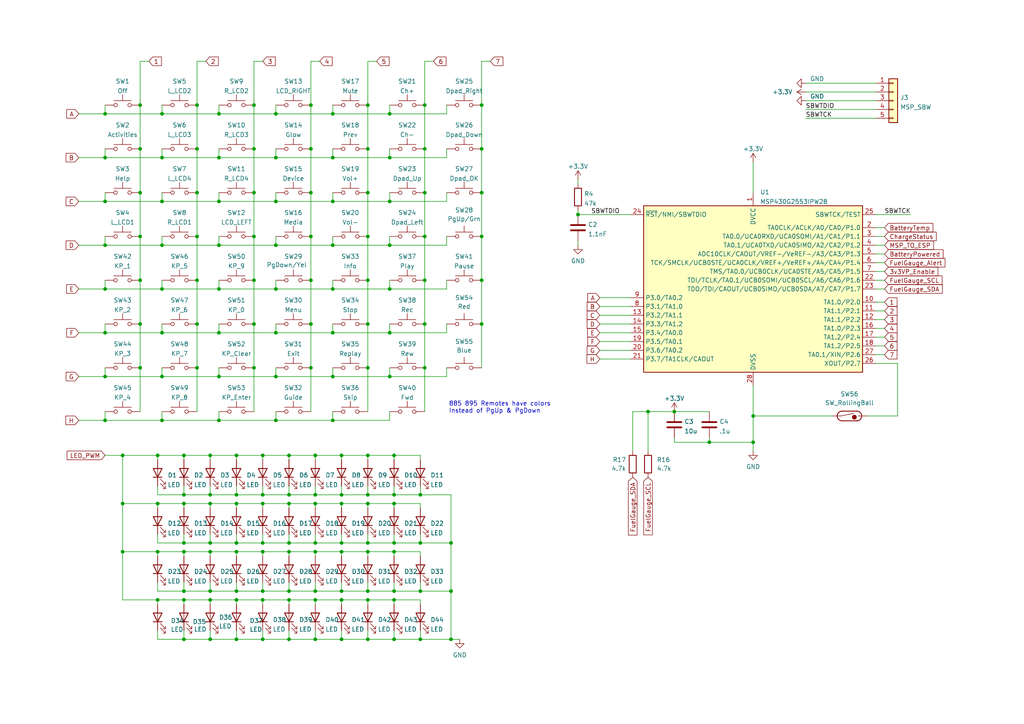
<source format=kicad_sch>
(kicad_sch (version 20230121) (generator eeschema)
  (paper "A4")
  (junction (at 63.5 71.12))
  (junction (at 57.15 43.18))
  (junction (at 46.99 121.92))
  (junction (at 40.64 68.58))
  (junction (at 76.2 185.42))
  (junction (at 106.68 143.51))
  (junction (at 205.74 128.27))
  (junction (at 53.34 185.42))
  (junction (at 91.44 132.08))
  (junction (at 91.44 173.99))
  (junction (at 35.56 146.05))
  (junction (at 121.92 171.45))
  (junction (at 68.58 132.08))
  (junction (at 80.01 45.72))
  (junction (at 80.01 33.02))
  (junction (at 139.7 30.48))
  (junction (at 57.15 93.98))
  (junction (at 80.01 121.92))
  (junction (at 114.3 171.45))
  (junction (at 123.19 93.98))
  (junction (at 123.19 30.48))
  (junction (at 106.68 43.18))
  (junction (at 53.34 171.45))
  (junction (at 68.58 157.48))
  (junction (at 96.52 45.72))
  (junction (at 46.99 33.02))
  (junction (at 218.44 120.65))
  (junction (at 113.03 96.52))
  (junction (at 99.06 171.45))
  (junction (at 106.68 160.02))
  (junction (at 30.48 45.72))
  (junction (at 114.3 143.51))
  (junction (at 90.17 68.58))
  (junction (at 139.7 93.98))
  (junction (at 73.66 68.58))
  (junction (at 106.68 157.48))
  (junction (at 130.81 171.45))
  (junction (at 80.01 109.22))
  (junction (at 96.52 96.52))
  (junction (at 106.68 30.48))
  (junction (at 96.52 58.42))
  (junction (at 68.58 160.02))
  (junction (at 83.82 171.45))
  (junction (at 63.5 121.92))
  (junction (at 114.3 173.99))
  (junction (at 91.44 160.02))
  (junction (at 91.44 185.42))
  (junction (at 99.06 143.51))
  (junction (at 96.52 71.12))
  (junction (at 73.66 43.18))
  (junction (at 63.5 33.02))
  (junction (at 63.5 83.82))
  (junction (at 123.19 68.58))
  (junction (at 83.82 143.51))
  (junction (at 46.99 58.42))
  (junction (at 99.06 160.02))
  (junction (at 139.7 43.18))
  (junction (at 106.68 106.68))
  (junction (at 35.56 160.02))
  (junction (at 73.66 30.48))
  (junction (at 53.34 173.99))
  (junction (at 76.2 171.45))
  (junction (at 60.96 146.05))
  (junction (at 91.44 143.51))
  (junction (at 53.34 143.51))
  (junction (at 73.66 81.28))
  (junction (at 30.48 83.82))
  (junction (at 30.48 109.22))
  (junction (at 57.15 106.68))
  (junction (at 80.01 83.82))
  (junction (at 130.81 157.48))
  (junction (at 83.82 157.48))
  (junction (at 106.68 68.58))
  (junction (at 123.19 55.88))
  (junction (at 114.3 185.42))
  (junction (at 96.52 33.02))
  (junction (at 63.5 58.42))
  (junction (at 99.06 173.99))
  (junction (at 114.3 160.02))
  (junction (at 96.52 109.22))
  (junction (at 106.68 173.99))
  (junction (at 35.56 132.08))
  (junction (at 121.92 185.42))
  (junction (at 40.64 30.48))
  (junction (at 113.03 83.82))
  (junction (at 91.44 171.45))
  (junction (at 113.03 58.42))
  (junction (at 113.03 33.02))
  (junction (at 30.48 71.12))
  (junction (at 60.96 143.51))
  (junction (at 83.82 185.42))
  (junction (at 57.15 55.88))
  (junction (at 121.92 143.51))
  (junction (at 53.34 132.08))
  (junction (at 73.66 106.68))
  (junction (at 90.17 55.88))
  (junction (at 68.58 173.99))
  (junction (at 99.06 157.48))
  (junction (at 139.7 81.28))
  (junction (at 83.82 160.02))
  (junction (at 83.82 132.08))
  (junction (at 123.19 106.68))
  (junction (at 106.68 171.45))
  (junction (at 76.2 146.05))
  (junction (at 53.34 160.02))
  (junction (at 139.7 55.88))
  (junction (at 90.17 93.98))
  (junction (at 76.2 173.99))
  (junction (at 57.15 30.48))
  (junction (at 195.58 119.38))
  (junction (at 46.99 45.72))
  (junction (at 60.96 157.48))
  (junction (at 73.66 55.88))
  (junction (at 60.96 160.02))
  (junction (at 106.68 146.05))
  (junction (at 106.68 132.08))
  (junction (at 30.48 58.42))
  (junction (at 57.15 81.28))
  (junction (at 63.5 109.22))
  (junction (at 123.19 81.28))
  (junction (at 53.34 146.05))
  (junction (at 80.01 71.12))
  (junction (at 68.58 146.05))
  (junction (at 80.01 96.52))
  (junction (at 40.64 81.28))
  (junction (at 40.64 43.18))
  (junction (at 130.81 185.42))
  (junction (at 60.96 173.99))
  (junction (at 91.44 157.48))
  (junction (at 123.19 43.18))
  (junction (at 106.68 55.88))
  (junction (at 40.64 93.98))
  (junction (at 46.99 109.22))
  (junction (at 113.03 71.12))
  (junction (at 113.03 45.72))
  (junction (at 96.52 83.82))
  (junction (at 45.72 160.02))
  (junction (at 45.72 132.08))
  (junction (at 114.3 157.48))
  (junction (at 218.44 128.27))
  (junction (at 45.72 146.05))
  (junction (at 76.2 160.02))
  (junction (at 114.3 132.08))
  (junction (at 76.2 157.48))
  (junction (at 63.5 96.52))
  (junction (at 60.96 132.08))
  (junction (at 96.52 121.92))
  (junction (at 113.03 109.22))
  (junction (at 68.58 185.42))
  (junction (at 90.17 106.68))
  (junction (at 30.48 96.52))
  (junction (at 139.7 68.58))
  (junction (at 60.96 185.42))
  (junction (at 68.58 171.45))
  (junction (at 91.44 146.05))
  (junction (at 76.2 132.08))
  (junction (at 83.82 146.05))
  (junction (at 30.48 33.02))
  (junction (at 121.92 157.48))
  (junction (at 114.3 146.05))
  (junction (at 46.99 71.12))
  (junction (at 106.68 81.28))
  (junction (at 80.01 58.42))
  (junction (at 187.96 119.38))
  (junction (at 90.17 43.18))
  (junction (at 45.72 173.99))
  (junction (at 60.96 171.45))
  (junction (at 76.2 143.51))
  (junction (at 53.34 157.48))
  (junction (at 106.68 93.98))
  (junction (at 63.5 45.72))
  (junction (at 30.48 121.92))
  (junction (at 73.66 93.98))
  (junction (at 57.15 68.58))
  (junction (at 167.64 62.23))
  (junction (at 90.17 30.48))
  (junction (at 40.64 55.88))
  (junction (at 83.82 173.99))
  (junction (at 46.99 83.82))
  (junction (at 99.06 185.42))
  (junction (at 99.06 146.05))
  (junction (at 40.64 106.68))
  (junction (at 90.17 81.28))
  (junction (at 106.68 185.42))
  (junction (at 68.58 143.51))
  (junction (at 99.06 132.08))
  (junction (at 46.99 96.52))
  (wire (pts (xy 254 81.28) (xy 256.54 81.28)))
  (wire (pts (xy 40.64 106.68) (xy 40.64 93.98)))
  (wire (pts (xy 113.03 33.02) (xy 129.54 33.02)))
  (wire (pts (xy 106.68 173.99) (xy 99.06 173.99)))
  (wire (pts (xy 76.2 132.08) (xy 68.58 132.08)))
  (wire (pts (xy 63.5 83.82) (xy 80.01 83.82)))
  (wire (pts (xy 121.92 160.02) (xy 114.3 160.02)))
  (wire (pts (xy 53.34 160.02) (xy 45.72 160.02)))
  (wire (pts (xy 96.52 121.92) (xy 113.03 121.92)))
  (wire (pts (xy 233.68 34.29) (xy 254 34.29)))
  (wire (pts (xy 106.68 160.02) (xy 99.06 160.02)))
  (wire (pts (xy 218.44 120.65) (xy 241.3 120.65)))
  (wire (pts (xy 45.72 157.48) (xy 45.72 154.94)))
  (wire (pts (xy 76.2 146.05) (xy 76.2 147.32)))
  (wire (pts (xy 60.96 171.45) (xy 60.96 168.91)))
  (wire (pts (xy 173.99 88.9) (xy 182.88 88.9)))
  (wire (pts (xy 106.68 185.42) (xy 114.3 185.42)))
  (wire (pts (xy 30.48 45.72) (xy 46.99 45.72)))
  (wire (pts (xy 233.68 26.67) (xy 254 26.67)))
  (wire (pts (xy 83.82 143.51) (xy 83.82 140.97)))
  (wire (pts (xy 63.5 43.18) (xy 63.5 45.72)))
  (wire (pts (xy 53.34 146.05) (xy 53.34 147.32)))
  (wire (pts (xy 46.99 83.82) (xy 63.5 83.82)))
  (wire (pts (xy 53.34 143.51) (xy 60.96 143.51)))
  (wire (pts (xy 218.44 128.27) (xy 218.44 130.81)))
  (wire (pts (xy 60.96 143.51) (xy 60.96 140.97)))
  (wire (pts (xy 254 66.04) (xy 256.54 66.04)))
  (wire (pts (xy 91.44 171.45) (xy 91.44 168.91)))
  (wire (pts (xy 46.99 45.72) (xy 63.5 45.72)))
  (wire (pts (xy 106.68 157.48) (xy 114.3 157.48)))
  (wire (pts (xy 123.19 43.18) (xy 123.19 30.48)))
  (wire (pts (xy 254 92.71) (xy 256.54 92.71)))
  (wire (pts (xy 83.82 157.48) (xy 91.44 157.48)))
  (wire (pts (xy 114.3 173.99) (xy 106.68 173.99)))
  (wire (pts (xy 46.99 55.88) (xy 46.99 58.42)))
  (wire (pts (xy 173.99 101.6) (xy 182.88 101.6)))
  (wire (pts (xy 63.5 71.12) (xy 80.01 71.12)))
  (wire (pts (xy 195.58 128.27) (xy 205.74 128.27)))
  (wire (pts (xy 96.52 30.48) (xy 96.52 33.02)))
  (wire (pts (xy 76.2 171.45) (xy 83.82 171.45)))
  (wire (pts (xy 113.03 119.38) (xy 113.03 121.92)))
  (wire (pts (xy 57.15 106.68) (xy 57.15 119.38)))
  (wire (pts (xy 254 68.58) (xy 256.54 68.58)))
  (wire (pts (xy 40.64 55.88) (xy 40.64 43.18)))
  (wire (pts (xy 46.99 96.52) (xy 46.99 93.98)))
  (wire (pts (xy 106.68 68.58) (xy 106.68 55.88)))
  (wire (pts (xy 73.66 106.68) (xy 73.66 93.98)))
  (wire (pts (xy 90.17 43.18) (xy 90.17 30.48)))
  (wire (pts (xy 80.01 71.12) (xy 96.52 71.12)))
  (wire (pts (xy 99.06 173.99) (xy 99.06 175.26)))
  (wire (pts (xy 80.01 55.88) (xy 80.01 58.42)))
  (wire (pts (xy 68.58 157.48) (xy 68.58 154.94)))
  (wire (pts (xy 91.44 160.02) (xy 83.82 160.02)))
  (wire (pts (xy 30.48 43.18) (xy 30.48 45.72)))
  (wire (pts (xy 139.7 68.58) (xy 139.7 81.28)))
  (wire (pts (xy 80.01 33.02) (xy 96.52 33.02)))
  (wire (pts (xy 83.82 160.02) (xy 83.82 161.29)))
  (wire (pts (xy 114.3 132.08) (xy 106.68 132.08)))
  (wire (pts (xy 106.68 185.42) (xy 106.68 182.88)))
  (wire (pts (xy 57.15 68.58) (xy 57.15 55.88)))
  (wire (pts (xy 40.64 119.38) (xy 40.64 106.68)))
  (wire (pts (xy 30.48 93.98) (xy 30.48 96.52)))
  (wire (pts (xy 114.3 146.05) (xy 114.3 147.32)))
  (wire (pts (xy 30.48 121.92) (xy 46.99 121.92)))
  (wire (pts (xy 76.2 132.08) (xy 76.2 133.35)))
  (wire (pts (xy 254 71.12) (xy 256.54 71.12)))
  (wire (pts (xy 167.64 60.96) (xy 167.64 62.23)))
  (wire (pts (xy 129.54 68.58) (xy 129.54 71.12)))
  (wire (pts (xy 63.5 45.72) (xy 80.01 45.72)))
  (wire (pts (xy 46.99 33.02) (xy 63.5 33.02)))
  (wire (pts (xy 83.82 146.05) (xy 83.82 147.32)))
  (wire (pts (xy 40.64 81.28) (xy 40.64 68.58)))
  (wire (pts (xy 130.81 157.48) (xy 130.81 171.45)))
  (wire (pts (xy 99.06 185.42) (xy 99.06 182.88)))
  (wire (pts (xy 80.01 109.22) (xy 96.52 109.22)))
  (wire (pts (xy 129.54 81.28) (xy 129.54 83.82)))
  (wire (pts (xy 130.81 185.42) (xy 133.35 185.42)))
  (wire (pts (xy 121.92 185.42) (xy 130.81 185.42)))
  (wire (pts (xy 73.66 81.28) (xy 73.66 68.58)))
  (wire (pts (xy 106.68 171.45) (xy 114.3 171.45)))
  (wire (pts (xy 83.82 132.08) (xy 83.82 133.35)))
  (wire (pts (xy 218.44 120.65) (xy 218.44 128.27)))
  (wire (pts (xy 53.34 160.02) (xy 53.34 161.29)))
  (wire (pts (xy 113.03 83.82) (xy 129.54 83.82)))
  (wire (pts (xy 68.58 143.51) (xy 68.58 140.97)))
  (wire (pts (xy 96.52 119.38) (xy 96.52 121.92)))
  (wire (pts (xy 53.34 185.42) (xy 53.34 182.88)))
  (wire (pts (xy 63.5 109.22) (xy 80.01 109.22)))
  (wire (pts (xy 68.58 160.02) (xy 68.58 161.29)))
  (wire (pts (xy 91.44 132.08) (xy 91.44 133.35)))
  (wire (pts (xy 35.56 146.05) (xy 35.56 160.02)))
  (wire (pts (xy 113.03 43.18) (xy 113.03 45.72)))
  (wire (pts (xy 121.92 157.48) (xy 130.81 157.48)))
  (wire (pts (xy 76.2 160.02) (xy 68.58 160.02)))
  (wire (pts (xy 63.5 58.42) (xy 80.01 58.42)))
  (wire (pts (xy 60.96 132.08) (xy 53.34 132.08)))
  (wire (pts (xy 113.03 55.88) (xy 113.03 58.42)))
  (wire (pts (xy 68.58 132.08) (xy 60.96 132.08)))
  (wire (pts (xy 60.96 160.02) (xy 53.34 160.02)))
  (wire (pts (xy 139.7 93.98) (xy 139.7 106.68)))
  (wire (pts (xy 60.96 173.99) (xy 53.34 173.99)))
  (wire (pts (xy 53.34 171.45) (xy 60.96 171.45)))
  (wire (pts (xy 35.56 160.02) (xy 45.72 160.02)))
  (wire (pts (xy 60.96 132.08) (xy 60.96 133.35)))
  (wire (pts (xy 113.03 45.72) (xy 129.54 45.72)))
  (wire (pts (xy 129.54 93.98) (xy 129.54 96.52)))
  (wire (pts (xy 121.92 160.02) (xy 121.92 161.29)))
  (wire (pts (xy 121.92 143.51) (xy 121.92 140.97)))
  (wire (pts (xy 254 97.79) (xy 256.54 97.79)))
  (wire (pts (xy 254 95.25) (xy 256.54 95.25)))
  (wire (pts (xy 53.34 132.08) (xy 45.72 132.08)))
  (wire (pts (xy 254 105.41) (xy 260.35 105.41)))
  (wire (pts (xy 183.515 119.38) (xy 187.96 119.38)))
  (wire (pts (xy 80.01 45.72) (xy 96.52 45.72)))
  (wire (pts (xy 91.44 143.51) (xy 99.06 143.51)))
  (wire (pts (xy 63.5 33.02) (xy 80.01 33.02)))
  (wire (pts (xy 35.56 132.08) (xy 35.56 146.05)))
  (wire (pts (xy 57.15 106.68) (xy 57.15 93.98)))
  (wire (pts (xy 96.52 68.58) (xy 96.52 71.12)))
  (wire (pts (xy 91.44 146.05) (xy 83.82 146.05)))
  (wire (pts (xy 113.03 96.52) (xy 129.54 96.52)))
  (wire (pts (xy 187.96 119.38) (xy 187.96 130.81)))
  (wire (pts (xy 68.58 157.48) (xy 76.2 157.48)))
  (wire (pts (xy 96.52 45.72) (xy 113.03 45.72)))
  (wire (pts (xy 68.58 132.08) (xy 68.58 133.35)))
  (wire (pts (xy 106.68 93.98) (xy 106.68 81.28)))
  (wire (pts (xy 173.99 104.14) (xy 182.88 104.14)))
  (wire (pts (xy 30.48 33.02) (xy 46.99 33.02)))
  (wire (pts (xy 73.66 93.98) (xy 73.66 81.28)))
  (wire (pts (xy 46.99 106.68) (xy 46.99 109.22)))
  (wire (pts (xy 80.01 83.82) (xy 96.52 83.82)))
  (wire (pts (xy 76.2 173.99) (xy 76.2 175.26)))
  (wire (pts (xy 57.15 93.98) (xy 57.15 81.28)))
  (wire (pts (xy 83.82 171.45) (xy 83.82 168.91)))
  (wire (pts (xy 114.3 143.51) (xy 114.3 140.97)))
  (wire (pts (xy 53.34 173.99) (xy 53.34 175.26)))
  (wire (pts (xy 22.86 58.42) (xy 30.48 58.42)))
  (wire (pts (xy 123.19 106.68) (xy 123.19 93.98)))
  (wire (pts (xy 30.48 68.58) (xy 30.48 71.12)))
  (wire (pts (xy 68.58 185.42) (xy 68.58 182.88)))
  (wire (pts (xy 91.44 160.02) (xy 91.44 161.29)))
  (wire (pts (xy 83.82 173.99) (xy 76.2 173.99)))
  (wire (pts (xy 254 90.17) (xy 256.54 90.17)))
  (wire (pts (xy 22.86 71.12) (xy 30.48 71.12)))
  (wire (pts (xy 73.66 68.58) (xy 73.66 55.88)))
  (wire (pts (xy 114.3 185.42) (xy 121.92 185.42)))
  (wire (pts (xy 63.5 55.88) (xy 63.5 58.42)))
  (wire (pts (xy 68.58 146.05) (xy 60.96 146.05)))
  (wire (pts (xy 129.54 43.18) (xy 129.54 45.72)))
  (wire (pts (xy 121.92 171.45) (xy 121.92 168.91)))
  (wire (pts (xy 91.44 146.05) (xy 91.44 147.32)))
  (wire (pts (xy 68.58 146.05) (xy 68.58 147.32)))
  (wire (pts (xy 96.52 109.22) (xy 113.03 109.22)))
  (wire (pts (xy 121.92 171.45) (xy 130.81 171.45)))
  (wire (pts (xy 99.06 143.51) (xy 99.06 140.97)))
  (wire (pts (xy 205.74 128.27) (xy 218.44 128.27)))
  (wire (pts (xy 106.68 146.05) (xy 99.06 146.05)))
  (wire (pts (xy 173.99 86.36) (xy 182.88 86.36)))
  (wire (pts (xy 68.58 171.45) (xy 76.2 171.45)))
  (wire (pts (xy 96.52 43.18) (xy 96.52 45.72)))
  (wire (pts (xy 76.2 146.05) (xy 68.58 146.05)))
  (wire (pts (xy 233.68 24.13) (xy 254 24.13)))
  (wire (pts (xy 60.96 185.42) (xy 60.96 182.88)))
  (wire (pts (xy 22.86 121.92) (xy 30.48 121.92)))
  (wire (pts (xy 187.96 119.38) (xy 195.58 119.38)))
  (wire (pts (xy 99.06 132.08) (xy 91.44 132.08)))
  (wire (pts (xy 80.01 121.92) (xy 96.52 121.92)))
  (wire (pts (xy 60.96 146.05) (xy 53.34 146.05)))
  (wire (pts (xy 30.48 96.52) (xy 46.99 96.52)))
  (wire (pts (xy 76.2 157.48) (xy 76.2 154.94)))
  (wire (pts (xy 91.44 157.48) (xy 91.44 154.94)))
  (wire (pts (xy 121.92 173.99) (xy 121.92 175.26)))
  (wire (pts (xy 83.82 160.02) (xy 76.2 160.02)))
  (wire (pts (xy 106.68 171.45) (xy 106.68 168.91)))
  (wire (pts (xy 113.03 71.12) (xy 129.54 71.12)))
  (wire (pts (xy 96.52 106.68) (xy 96.52 109.22)))
  (wire (pts (xy 254 76.2) (xy 256.54 76.2)))
  (wire (pts (xy 46.99 30.48) (xy 46.99 33.02)))
  (wire (pts (xy 45.72 157.48) (xy 53.34 157.48)))
  (wire (pts (xy 80.01 43.18) (xy 80.01 45.72)))
  (wire (pts (xy 60.96 185.42) (xy 68.58 185.42)))
  (wire (pts (xy 63.5 96.52) (xy 63.5 93.98)))
  (wire (pts (xy 30.48 109.22) (xy 46.99 109.22)))
  (wire (pts (xy 60.96 146.05) (xy 60.96 147.32)))
  (wire (pts (xy 80.01 93.98) (xy 80.01 96.52)))
  (wire (pts (xy 80.01 68.58) (xy 80.01 71.12)))
  (wire (pts (xy 91.44 185.42) (xy 99.06 185.42)))
  (wire (pts (xy 123.19 55.88) (xy 123.19 43.18)))
  (wire (pts (xy 254 83.82) (xy 256.54 83.82)))
  (wire (pts (xy 113.03 68.58) (xy 113.03 71.12)))
  (wire (pts (xy 113.03 81.28) (xy 113.03 83.82)))
  (wire (pts (xy 73.66 55.88) (xy 73.66 43.18)))
  (wire (pts (xy 90.17 55.88) (xy 90.17 43.18)))
  (wire (pts (xy 53.34 173.99) (xy 45.72 173.99)))
  (wire (pts (xy 129.54 55.88) (xy 129.54 58.42)))
  (wire (pts (xy 106.68 106.68) (xy 106.68 93.98)))
  (wire (pts (xy 73.66 119.38) (xy 73.66 106.68)))
  (wire (pts (xy 123.19 17.78) (xy 123.19 30.48)))
  (wire (pts (xy 53.34 185.42) (xy 60.96 185.42)))
  (wire (pts (xy 80.01 81.28) (xy 80.01 83.82)))
  (wire (pts (xy 63.5 30.48) (xy 63.5 33.02)))
  (wire (pts (xy 195.58 128.27) (xy 195.58 127)))
  (wire (pts (xy 35.56 173.99) (xy 45.72 173.99)))
  (wire (pts (xy 106.68 132.08) (xy 99.06 132.08)))
  (wire (pts (xy 254 102.87) (xy 256.54 102.87)))
  (wire (pts (xy 96.52 93.98) (xy 96.52 96.52)))
  (wire (pts (xy 99.06 146.05) (xy 91.44 146.05)))
  (wire (pts (xy 254 62.23) (xy 264.16 62.23)))
  (wire (pts (xy 40.64 43.18) (xy 40.64 30.48)))
  (wire (pts (xy 45.72 132.08) (xy 45.72 133.35)))
  (wire (pts (xy 205.74 128.27) (xy 205.74 127)))
  (wire (pts (xy 114.3 132.08) (xy 114.3 133.35)))
  (wire (pts (xy 123.19 119.38) (xy 123.19 106.68)))
  (wire (pts (xy 73.66 17.78) (xy 76.2 17.78)))
  (wire (pts (xy 113.03 30.48) (xy 113.03 33.02)))
  (wire (pts (xy 260.35 105.41) (xy 260.35 120.65)))
  (wire (pts (xy 90.17 68.58) (xy 90.17 55.88)))
  (wire (pts (xy 121.92 143.51) (xy 130.81 143.51)))
  (wire (pts (xy 91.44 157.48) (xy 99.06 157.48)))
  (wire (pts (xy 233.68 29.21) (xy 254 29.21)))
  (wire (pts (xy 68.58 173.99) (xy 68.58 175.26)))
  (wire (pts (xy 80.01 119.38) (xy 80.01 121.92)))
  (wire (pts (xy 121.92 132.08) (xy 121.92 133.35)))
  (wire (pts (xy 106.68 173.99) (xy 106.68 175.26)))
  (wire (pts (xy 96.52 58.42) (xy 113.03 58.42)))
  (wire (pts (xy 106.68 157.48) (xy 106.68 154.94)))
  (wire (pts (xy 53.34 157.48) (xy 60.96 157.48)))
  (wire (pts (xy 114.3 143.51) (xy 121.92 143.51)))
  (wire (pts (xy 96.52 81.28) (xy 96.52 83.82)))
  (wire (pts (xy 91.44 171.45) (xy 99.06 171.45)))
  (wire (pts (xy 45.72 173.99) (xy 45.72 175.26)))
  (wire (pts (xy 57.15 43.18) (xy 57.15 30.48)))
  (wire (pts (xy 60.96 157.48) (xy 60.96 154.94)))
  (wire (pts (xy 30.48 81.28) (xy 30.48 83.82)))
  (wire (pts (xy 114.3 146.05) (xy 106.68 146.05)))
  (wire (pts (xy 63.5 106.68) (xy 63.5 109.22)))
  (wire (pts (xy 90.17 17.78) (xy 92.71 17.78)))
  (wire (pts (xy 139.7 81.28) (xy 139.7 93.98)))
  (wire (pts (xy 22.86 109.22) (xy 30.48 109.22)))
  (wire (pts (xy 46.99 121.92) (xy 46.99 119.38)))
  (wire (pts (xy 113.03 58.42) (xy 129.54 58.42)))
  (wire (pts (xy 233.68 31.75) (xy 254 31.75)))
  (wire (pts (xy 30.48 119.38) (xy 30.48 121.92)))
  (wire (pts (xy 45.72 171.45) (xy 53.34 171.45)))
  (wire (pts (xy 57.15 81.28) (xy 57.15 68.58)))
  (wire (pts (xy 30.48 83.82) (xy 46.99 83.82)))
  (wire (pts (xy 83.82 185.42) (xy 91.44 185.42)))
  (wire (pts (xy 91.44 185.42) (xy 91.44 182.88)))
  (wire (pts (xy 106.68 30.48) (xy 106.68 17.78)))
  (wire (pts (xy 53.34 132.08) (xy 53.34 133.35)))
  (wire (pts (xy 30.48 106.68) (xy 30.48 109.22)))
  (wire (pts (xy 99.06 146.05) (xy 99.06 147.32)))
  (wire (pts (xy 76.2 185.42) (xy 76.2 182.88)))
  (wire (pts (xy 76.2 143.51) (xy 83.82 143.51)))
  (wire (pts (xy 123.19 81.28) (xy 123.19 68.58)))
  (wire (pts (xy 45.72 185.42) (xy 53.34 185.42)))
  (wire (pts (xy 96.52 55.88) (xy 96.52 58.42)))
  (wire (pts (xy 254 78.74) (xy 256.54 78.74)))
  (wire (pts (xy 35.56 132.08) (xy 45.72 132.08)))
  (wire (pts (xy 46.99 121.92) (xy 63.5 121.92)))
  (wire (pts (xy 260.35 120.65) (xy 251.46 120.65)))
  (wire (pts (xy 60.96 157.48) (xy 68.58 157.48)))
  (wire (pts (xy 114.3 160.02) (xy 106.68 160.02)))
  (wire (pts (xy 40.64 17.78) (xy 43.18 17.78)))
  (wire (pts (xy 63.5 121.92) (xy 80.01 121.92)))
  (wire (pts (xy 130.81 171.45) (xy 130.81 185.42)))
  (wire (pts (xy 73.66 43.18) (xy 73.66 30.48)))
  (wire (pts (xy 45.72 185.42) (xy 45.72 182.88)))
  (wire (pts (xy 121.92 146.05) (xy 114.3 146.05)))
  (wire (pts (xy 63.5 121.92) (xy 63.5 119.38)))
  (wire (pts (xy 63.5 81.28) (xy 63.5 83.82)))
  (wire (pts (xy 22.86 83.82) (xy 30.48 83.82)))
  (wire (pts (xy 22.86 33.02) (xy 30.48 33.02)))
  (wire (pts (xy 68.58 143.51) (xy 76.2 143.51)))
  (wire (pts (xy 106.68 55.88) (xy 106.68 43.18)))
  (wire (pts (xy 83.82 173.99) (xy 83.82 175.26)))
  (wire (pts (xy 113.03 109.22) (xy 129.54 109.22)))
  (wire (pts (xy 40.64 68.58) (xy 40.64 55.88)))
  (wire (pts (xy 121.92 132.08) (xy 114.3 132.08)))
  (wire (pts (xy 45.72 146.05) (xy 45.72 147.32)))
  (wire (pts (xy 60.96 173.99) (xy 60.96 175.26)))
  (wire (pts (xy 63.5 68.58) (xy 63.5 71.12)))
  (wire (pts (xy 22.86 45.72) (xy 30.48 45.72)))
  (wire (pts (xy 60.96 143.51) (xy 68.58 143.51)))
  (wire (pts (xy 99.06 157.48) (xy 99.06 154.94)))
  (wire (pts (xy 139.7 68.58) (xy 139.7 55.88)))
  (wire (pts (xy 106.68 146.05) (xy 106.68 147.32)))
  (wire (pts (xy 139.7 17.78) (xy 142.24 17.78)))
  (wire (pts (xy 68.58 185.42) (xy 76.2 185.42)))
  (wire (pts (xy 99.06 171.45) (xy 106.68 171.45)))
  (wire (pts (xy 139.7 43.18) (xy 139.7 30.48)))
  (wire (pts (xy 30.48 58.42) (xy 46.99 58.42)))
  (wire (pts (xy 57.15 17.78) (xy 59.69 17.78)))
  (wire (pts (xy 90.17 106.68) (xy 90.17 93.98)))
  (wire (pts (xy 68.58 173.99) (xy 60.96 173.99)))
  (wire (pts (xy 80.01 96.52) (xy 96.52 96.52)))
  (wire (pts (xy 76.2 173.99) (xy 68.58 173.99)))
  (wire (pts (xy 129.54 106.68) (xy 129.54 109.22)))
  (wire (pts (xy 123.19 68.58) (xy 123.19 55.88)))
  (wire (pts (xy 53.34 146.05) (xy 45.72 146.05)))
  (wire (pts (xy 96.52 33.02) (xy 113.03 33.02)))
  (wire (pts (xy 30.48 55.88) (xy 30.48 58.42)))
  (wire (pts (xy 129.54 30.48) (xy 129.54 33.02)))
  (wire (pts (xy 130.81 143.51) (xy 130.81 157.48)))
  (wire (pts (xy 254 73.66) (xy 256.54 73.66)))
  (wire (pts (xy 99.06 185.42) (xy 106.68 185.42)))
  (wire (pts (xy 57.15 55.88) (xy 57.15 43.18)))
  (wire (pts (xy 40.64 30.48) (xy 40.64 17.78)))
  (wire (pts (xy 90.17 93.98) (xy 90.17 81.28)))
  (wire (pts (xy 30.48 71.12) (xy 46.99 71.12)))
  (wire (pts (xy 91.44 132.08) (xy 83.82 132.08)))
  (wire (pts (xy 46.99 71.12) (xy 63.5 71.12)))
  (wire (pts (xy 173.99 93.98) (xy 182.88 93.98)))
  (wire (pts (xy 139.7 30.48) (xy 139.7 17.78)))
  (wire (pts (xy 173.99 91.44) (xy 182.88 91.44)))
  (wire (pts (xy 45.72 143.51) (xy 53.34 143.51)))
  (wire (pts (xy 114.3 171.45) (xy 121.92 171.45)))
  (wire (pts (xy 83.82 171.45) (xy 91.44 171.45)))
  (wire (pts (xy 114.3 173.99) (xy 114.3 175.26)))
  (wire (pts (xy 113.03 106.68) (xy 113.03 109.22)))
  (wire (pts (xy 99.06 143.51) (xy 106.68 143.51)))
  (wire (pts (xy 96.52 96.52) (xy 113.03 96.52)))
  (wire (pts (xy 99.06 160.02) (xy 99.06 161.29)))
  (wire (pts (xy 114.3 185.42) (xy 114.3 182.88)))
  (wire (pts (xy 76.2 160.02) (xy 76.2 161.29)))
  (wire (pts (xy 80.01 30.48) (xy 80.01 33.02)))
  (wire (pts (xy 91.44 173.99) (xy 91.44 175.26)))
  (wire (pts (xy 80.01 58.42) (xy 96.52 58.42)))
  (wire (pts (xy 80.01 106.68) (xy 80.01 109.22)))
  (wire (pts (xy 45.72 171.45) (xy 45.72 168.91)))
  (wire (pts (xy 96.52 83.82) (xy 113.03 83.82)))
  (wire (pts (xy 121.92 185.42) (xy 121.92 182.88)))
  (wire (pts (xy 218.44 46.99) (xy 218.44 55.88)))
  (wire (pts (xy 46.99 68.58) (xy 46.99 71.12)))
  (wire (pts (xy 63.5 96.52) (xy 80.01 96.52)))
  (wire (pts (xy 76.2 185.42) (xy 83.82 185.42)))
  (wire (pts (xy 106.68 143.51) (xy 106.68 140.97)))
  (wire (pts (xy 91.44 143.51) (xy 91.44 140.97)))
  (wire (pts (xy 83.82 157.48) (xy 83.82 154.94)))
  (wire (pts (xy 68.58 171.45) (xy 68.58 168.91)))
  (wire (pts (xy 46.99 109.22) (xy 63.5 109.22)))
  (wire (pts (xy 83.82 146.05) (xy 76.2 146.05)))
  (wire (pts (xy 90.17 30.48) (xy 90.17 17.78)))
  (wire (pts (xy 90.17 119.38) (xy 90.17 106.68)))
  (wire (pts (xy 99.06 132.08) (xy 99.06 133.35)))
  (wire (pts (xy 76.2 157.48) (xy 83.82 157.48)))
  (wire (pts (xy 254 100.33) (xy 256.54 100.33)))
  (wire (pts (xy 46.99 58.42) (xy 63.5 58.42)))
  (wire (pts (xy 114.3 171.45) (xy 114.3 168.91)))
  (wire (pts (xy 106.68 143.51) (xy 114.3 143.51)))
  (wire (pts (xy 45.72 143.51) (xy 45.72 140.97)))
  (wire (pts (xy 99.06 157.48) (xy 106.68 157.48)))
  (wire (pts (xy 113.03 93.98) (xy 113.03 96.52)))
  (wire (pts (xy 99.06 171.45) (xy 99.06 168.91)))
  (wire (pts (xy 106.68 43.18) (xy 106.68 30.48)))
  (wire (pts (xy 46.99 81.28) (xy 46.99 83.82)))
  (wire (pts (xy 83.82 143.51) (xy 91.44 143.51)))
  (wire (pts (xy 106.68 17.78) (xy 109.22 17.78)))
  (wire (pts (xy 30.48 132.08) (xy 35.56 132.08)))
  (wire (pts (xy 195.58 119.38) (xy 205.74 119.38)))
  (wire (pts (xy 218.44 111.76) (xy 218.44 120.65)))
  (wire (pts (xy 123.19 93.98) (xy 123.19 81.28)))
  (wire (pts (xy 96.52 71.12) (xy 113.03 71.12)))
  (wire (pts (xy 121.92 157.48) (xy 121.92 154.94)))
  (wire (pts (xy 68.58 160.02) (xy 60.96 160.02)))
  (wire (pts (xy 99.06 160.02) (xy 91.44 160.02)))
  (wire (pts (xy 183.515 130.81) (xy 183.515 119.38)))
  (wire (pts (xy 114.3 160.02) (xy 114.3 161.29)))
  (wire (pts (xy 91.44 173.99) (xy 83.82 173.99)))
  (wire (pts (xy 167.64 69.85) (xy 167.64 71.12)))
  (wire (pts (xy 57.15 30.48) (xy 57.15 17.78)))
  (wire (pts (xy 114.3 157.48) (xy 114.3 154.94)))
  (wire (pts (xy 40.64 93.98) (xy 40.64 81.28)))
  (wire (pts (xy 76.2 143.51) (xy 76.2 140.97)))
  (wire (pts (xy 46.99 96.52) (xy 63.5 96.52)))
  (wire (pts (xy 53.34 157.48) (xy 53.34 154.94)))
  (wire (pts (xy 121.92 146.05) (xy 121.92 147.32)))
  (wire (pts (xy 83.82 132.08) (xy 76.2 132.08)))
  (wire (pts (xy 114.3 157.48) (xy 121.92 157.48)))
  (wire (pts (xy 254 87.63) (xy 256.54 87.63)))
  (wire (pts (xy 167.64 62.23) (xy 182.88 62.23)))
  (wire (pts (xy 121.92 173.99) (xy 114.3 173.99)))
  (wire (pts (xy 45.72 160.02) (xy 45.72 161.29)))
  (wire (pts (xy 106.68 68.58) (xy 106.68 81.28)))
  (wire (pts (xy 106.68 160.02) (xy 106.68 161.29)))
  (wire (pts (xy 30.48 30.48) (xy 30.48 33.02)))
  (wire (pts (xy 76.2 171.45) (xy 76.2 168.91)))
  (wire (pts (xy 22.86 96.52) (xy 30.48 96.52)))
  (wire (pts (xy 173.99 99.06) (xy 182.88 99.06)))
  (wire (pts (xy 35.56 146.05) (xy 45.72 146.05)))
  (wire (pts (xy 90.17 81.28) (xy 90.17 68.58)))
  (wire (pts (xy 35.56 160.02) (xy 35.56 173.99)))
  (wire (pts (xy 99.06 173.99) (xy 91.44 173.99)))
  (wire (pts (xy 139.7 55.88) (xy 139.7 43.18)))
  (wire (pts (xy 83.82 185.42) (xy 83.82 182.88)))
  (wire (pts (xy 53.34 171.45) (xy 53.34 168.91)))
  (wire (pts (xy 46.99 43.18) (xy 46.99 45.72)))
  (wire (pts (xy 167.64 52.07) (xy 167.64 53.34)))
  (wire (pts (xy 173.99 96.52) (xy 182.88 96.52)))
  (wire (pts (xy 106.68 132.08) (xy 106.68 133.35)))
  (wire (pts (xy 123.19 17.78) (xy 125.73 17.78)))
  (wire (pts (xy 106.68 119.38) (xy 106.68 106.68)))
  (wire (pts (xy 60.96 171.45) (xy 68.58 171.45)))
  (wire (pts (xy 60.96 160.02) (xy 60.96 161.29)))
  (wire (pts (xy 53.34 143.51) (xy 53.34 140.97)))
  (wire (pts (xy 73.66 30.48) (xy 73.66 17.78)))
  (image (at -35.56 44.45) (scale 1.86993))
  (image (at -41.275 106.045) (scale 3.19149))
  (image (at -110.49 45.72) (scale 0.5))
  (text "885 895 Remotes have colors\nInstead of PgUp & PgDown" (at 130.175 120.015 0) (effects (font (size 1.27 1.27)) (justify left bottom)))
  (label "SBWTCK" (at 264.16 62.23 180))
  (label "SBWTDIO" (at 233.68 31.75 0))
  (label "SBWTCK" (at 233.68 34.29 0))
  (label "SBWTDIO" (at 171.45 62.23 0))
  (global_label "BatteryPowered" (shape input) (at 256.54 73.66 0) (property "Intersheetrefs" "${INTERSHEET_REFS}" (effects hide)))
  (global_label "3" (shape input) (at 76.2 17.78 0) (property "Intersheetrefs" "${INTERSHEET_REFS}" (effects hide)))
  (global_label "D" (shape input) (at 173.99 93.98 180) (property "Intersheetrefs" "${INTERSHEET_REFS}" (effects hide)))
  (global_label "1" (shape input) (at 43.18 17.78 0) (property "Intersheetrefs" "${INTERSHEET_REFS}" (effects hide)))
  (global_label "FuelGauge_SCL" (shape input) (at 187.96 138.43 270) (property "Intersheetrefs" "${INTERSHEET_REFS}" (effects hide)))
  (global_label "7" (shape input) (at 142.24 17.78 0) (property "Intersheetrefs" "${INTERSHEET_REFS}" (effects hide)))
  (global_label "MSP_TO_ESP" (shape input) (at 256.54 71.12 0) (property "Intersheetrefs" "${INTERSHEET_REFS}" (effects hide)))
  (global_label "B" (shape input) (at 173.99 88.9 180) (property "Intersheetrefs" "${INTERSHEET_REFS}" (effects hide)))
  (global_label "B" (shape input) (at 22.86 45.72 180) (property "Intersheetrefs" "${INTERSHEET_REFS}" (effects hide)))
  (global_label "A" (shape input) (at 22.86 33.02 180) (property "Intersheetrefs" "${INTERSHEET_REFS}" (effects hide)))
  (global_label "G" (shape input) (at 22.86 109.22 180) (property "Intersheetrefs" "${INTERSHEET_REFS}" (effects hide)))
  (global_label "D" (shape input) (at 22.86 71.12 180) (property "Intersheetrefs" "${INTERSHEET_REFS}" (effects hide)))
  (global_label "BatteryTemp" (shape input) (at 256.54 66.04 0) (property "Intersheetrefs" "${INTERSHEET_REFS}" (effects hide)))
  (global_label "4" (shape input) (at 256.54 95.25 0) (property "Intersheetrefs" "${INTERSHEET_REFS}" (effects hide)))
  (global_label "7" (shape input) (at 256.54 102.87 0) (property "Intersheetrefs" "${INTERSHEET_REFS}" (effects hide)))
  (global_label "C" (shape input) (at 22.86 58.42 180) (property "Intersheetrefs" "${INTERSHEET_REFS}" (effects hide)))
  (global_label "1" (shape input) (at 256.54 87.63 0) (property "Intersheetrefs" "${INTERSHEET_REFS}" (effects hide)))
  (global_label "2" (shape input) (at 256.54 90.17 0) (property "Intersheetrefs" "${INTERSHEET_REFS}" (effects hide)))
  (global_label "G" (shape input) (at 173.99 101.6 180) (property "Intersheetrefs" "${INTERSHEET_REFS}" (effects hide)))
  (global_label "LED_PWM" (shape input) (at 30.48 132.08 180) (property "Intersheetrefs" "${INTERSHEET_REFS}" (effects hide)))
  (global_label "ChargeStatus" (shape input) (at 256.54 68.58 0) (property "Intersheetrefs" "${INTERSHEET_REFS}" (effects hide)))
  (global_label "H" (shape input) (at 22.86 121.92 180) (property "Intersheetrefs" "${INTERSHEET_REFS}" (effects hide)))
  (global_label "4" (shape input) (at 92.71 17.78 0) (property "Intersheetrefs" "${INTERSHEET_REFS}" (effects hide)))
  (global_label "E" (shape input) (at 173.99 96.52 180) (property "Intersheetrefs" "${INTERSHEET_REFS}" (effects hide)))
  (global_label "6" (shape input) (at 256.54 100.33 0) (property "Intersheetrefs" "${INTERSHEET_REFS}" (effects hide)))
  (global_label "H" (shape input) (at 173.99 104.14 180) (property "Intersheetrefs" "${INTERSHEET_REFS}" (effects hide)))
  (global_label "3v3VP_Enable" (shape input) (at 256.54 78.74 0) (property "Intersheetrefs" "${INTERSHEET_REFS}" (effects hide)))
  (global_label "3" (shape input) (at 256.54 92.71 0) (property "Intersheetrefs" "${INTERSHEET_REFS}" (effects hide)))
  (global_label "5" (shape input) (at 109.22 17.78 0) (property "Intersheetrefs" "${INTERSHEET_REFS}" (effects hide)))
  (global_label "FuelGauge_Alert" (shape input) (at 256.54 76.2 0) (property "Intersheetrefs" "${INTERSHEET_REFS}" (effects hide)))
  (global_label "2" (shape input) (at 59.69 17.78 0) (property "Intersheetrefs" "${INTERSHEET_REFS}" (effects hide)))
  (global_label "5" (shape input) (at 256.54 97.79 0) (property "Intersheetrefs" "${INTERSHEET_REFS}" (effects hide)))
  (global_label "FuelGauge_SDA" (shape input) (at 256.54 83.82 0) (property "Intersheetrefs" "${INTERSHEET_REFS}" (effects hide)))
  (global_label "FuelGauge_SDA" (shape input) (at 183.515 138.43 270) (property "Intersheetrefs" "${INTERSHEET_REFS}" (effects hide)))
  (global_label "6" (shape input) (at 125.73 17.78 0) (property "Intersheetrefs" "${INTERSHEET_REFS}" (effects hide)))
  (global_label "A" (shape input) (at 173.99 86.36 180) (property "Intersheetrefs" "${INTERSHEET_REFS}" (effects hide)))
  (global_label "E" (shape input) (at 22.86 83.82 180) (property "Intersheetrefs" "${INTERSHEET_REFS}" (effects hide)))
  (global_label "C" (shape input) (at 173.99 91.44 180) (property "Intersheetrefs" "${INTERSHEET_REFS}" (effects hide)))
  (global_label "F" (shape input) (at 22.86 96.52 180) (property "Intersheetrefs" "${INTERSHEET_REFS}" (effects hide)))
  (global_label "F" (shape input) (at 173.99 99.06 180) (property "Intersheetrefs" "${INTERSHEET_REFS}" (effects hide)))
  (global_label "FuelGauge_SCL" (shape input) (at 256.54 81.28 0) (property "Intersheetrefs" "${INTERSHEET_REFS}" (effects hide)))
  (symbol (lib_id "Switch:SW_Push") (at 85.09 55.88 0) (unit 1)
    (property "Reference" "SW15" (at 85.09 48.9925 0))
    (property "Value" "Device" (at 85.09 51.7676 0))
    (property "Footprint" "880+:4mm Dome" (effects hide))
  )
  (symbol (lib_id "Switch:SW_Push") (at 101.6 43.18 0) (unit 1)
    (property "Reference" "SW18" (at 101.6 36.2925 0))
    (property "Value" "Prev" (at 101.6 39.0676 0))
    (property "Footprint" "880+:4mm Dome" (effects hide))
  )
  (symbol (lib_id "Switch:SW_Push") (at 134.62 43.18 0) (unit 1)
    (property "Reference" "SW26" (at 134.62 36.2925 0))
    (property "Value" "Dpad_Down" (at 134.62 39.0676 0))
    (property "Footprint" "880+:4mm Dome" (effects hide))
  )
  (symbol (lib_id "Device:LED") (at 53.34 165.1 90) (unit 1)
    (property "Reference" "D24" (at 56.261 165.779 90) (effects (justify right)))
    (property "Value" "LED" (at 56.261 168.5541 90) (effects (justify right)))
    (property "Footprint" "880+:C265_reverse_mount_led_DRC" (effects hide))
  )
  (symbol (lib_id "Device:LED") (at 106.68 165.1 90) (unit 1)
    (property "Reference" "D31" (at 109.601 165.779 90) (effects (justify right)))
    (property "Value" "LED" (at 109.601 168.5541 90) (effects (justify right)))
    (property "Footprint" "880+:C265_reverse_mount_led_DRC" (effects hide))
  )
  (symbol (lib_id "Device:LED") (at 45.72 151.13 90) (unit 1)
    (property "Reference" "D12" (at 48.641 151.809 90) (effects (justify right)))
    (property "Value" "LED" (at 48.641 154.5841 90) (effects (justify right)))
    (property "Footprint" "880+:C265_reverse_mount_led_DRC" (effects hide))
  )
  (symbol (lib_id "Switch:SW_Push") (at 101.6 81.28 0) (unit 1)
    (property "Reference" "SW33" (at 101.6 74.3925 0))
    (property "Value" "Info" (at 101.6 77.1676 0))
    (property "Footprint" "880+:4mm Dome" (effects hide))
  )
  (symbol (lib_id "Switch:SW_Push") (at 134.62 81.28 0) (unit 1)
    (property "Reference" "SW41" (at 134.62 74.3925 0))
    (property "Value" "Pause" (at 134.62 77.1676 0))
    (property "Footprint" "880+:4mm Dome" (effects hide))
  )
  (symbol (lib_id "Device:LED") (at 76.2 179.07 90) (unit 1)
    (property "Reference" "D38" (at 79.121 179.749 90) (effects (justify right)))
    (property "Value" "LED" (at 79.121 182.5241 90) (effects (justify right)))
    (property "Footprint" "880+:C265_reverse_mount_led_DRC" (effects hide))
  )
  (symbol (lib_id "Switch:SW_Push") (at 35.56 43.18 0) (unit 1)
    (property "Reference" "SW2" (at 35.56 36.2925 0))
    (property "Value" "Activities" (at 35.56 39.0676 0))
    (property "Footprint" "880+:4mm Dome" (effects hide))
  )
  (symbol (lib_id "Device:LED") (at 106.68 179.07 90) (unit 1)
    (property "Reference" "D42" (at 109.601 179.749 90) (effects (justify right)))
    (property "Value" "LED" (at 109.601 182.5241 90) (effects (justify right)))
    (property "Footprint" "880+:C265_reverse_mount_led_DRC" (effects hide))
  )
  (symbol (lib_id "Device:LED") (at 83.82 179.07 90) (unit 1)
    (property "Reference" "D39" (at 86.741 179.749 90) (effects (justify right)))
    (property "Value" "LED" (at 86.741 182.5241 90) (effects (justify right)))
    (property "Footprint" "880+:C265_reverse_mount_led_DRC" (effects hide))
  )
  (symbol (lib_id "Switch:SW_Push") (at 52.07 68.58 0) (unit 1)
    (property "Reference" "SW8" (at 52.07 61.6925 0))
    (property "Value" "R_LCD1" (at 52.07 64.4676 0))
    (property "Footprint" "880+:4mm Dome" (effects hide))
  )
  (symbol (lib_id "Switch:SW_Push") (at 101.6 68.58 0) (unit 1)
    (property "Reference" "SW20" (at 101.6 61.6925 0))
    (property "Value" "Vol-" (at 101.6 64.4676 0))
    (property "Footprint" "880+:4mm Dome" (effects hide))
  )
  (symbol (lib_id "Device:LED") (at 53.34 179.07 90) (unit 1)
    (property "Reference" "D35" (at 55.88 180.34 90) (effects (justify right)))
    (property "Value" "LED" (at 56.261 182.5241 90) (effects (justify right)))
    (property "Footprint" "880+:C265_reverse_mount_led_DRC" (effects hide))
  )
  (symbol (lib_id "Switch:SW_Push") (at 134.62 106.68 0) (unit 1)
    (property "Reference" "SW55" (at 134.62 99.06 0))
    (property "Value" "Blue" (at 134.62 101.6 0))
    (property "Footprint" "880+:4mm Dome" (effects hide))
  )
  (symbol (lib_id "Switch:SW_Push") (at 35.56 106.68 0) (unit 1)
    (property "Reference" "SW44" (at 35.56 99.7925 0))
    (property "Value" "KP_3" (at 35.56 102.5676 0))
    (property "Footprint" "880+:4mm Dome" (effects hide))
  )
  (symbol (lib_id "Switch:SW_Push") (at 68.58 68.58 0) (unit 1)
    (property "Reference" "SW12" (at 68.58 61.6925 0))
    (property "Value" "LCD_LEFT" (at 68.58 64.4676 0))
    (property "Footprint" "880+:4mm Dome" (effects hide))
  )
  (symbol (lib_id "MCU_Texas_MSP430:MSP430G2553IPW28") (at 218.44 83.82 0) (unit 1)
    (property "Reference" "U1" (at 220.4594 55.7235 0) (effects (justify left)))
    (property "Value" "MSP430G2553IPW28" (at 220.4594 58.4986 0) (effects (justify left)))
    (property "Footprint" "Package_SO:TSSOP-28_4.4x9.7mm_P0.65mm" (effects hide))
    (property "Datasheet" "http://www.ti.com/lit/ds/symlink/msp430g2553.pdf" (effects hide))
  )
  (symbol (lib_id "Switch:SW_Push") (at 35.56 68.58 0) (unit 1)
    (property "Reference" "SW4" (at 35.56 61.6925 0))
    (property "Value" "L_LCD1" (at 35.56 64.4676 0))
    (property "Footprint" "880+:4mm Dome" (effects hide))
  )
  (symbol (lib_id "Switch:SW_Push") (at 134.62 55.88 0) (unit 1)
    (property "Reference" "SW27" (at 134.62 48.9925 0))
    (property "Value" "Dpad_OK" (at 134.62 51.7676 0))
    (property "Footprint" "880+:4mm Dome" (effects hide))
  )
  (symbol (lib_id "Switch:SW_Push") (at 85.09 106.68 0) (unit 1)
    (property "Reference" "SW31" (at 85.09 99.7925 0))
    (property "Value" "Exit" (at 85.09 102.5676 0))
    (property "Footprint" "880+:4mm Dome" (effects hide))
  )
  (symbol (lib_id "Switch:SW_Push") (at 118.11 43.18 0) (unit 1)
    (property "Reference" "SW22" (at 118.11 36.2925 0))
    (property "Value" "Ch-" (at 118.11 39.0676 0))
    (property "Footprint" "880+:4mm Dome" (effects hide))
  )
  (symbol (lib_id "Switch:SW_Push") (at 52.07 106.68 0) (unit 1)
    (property "Reference" "SW48" (at 52.07 99.7925 0))
    (property "Value" "KP_7" (at 52.07 102.5676 0))
    (property "Footprint" "880+:4mm Dome" (effects hide))
  )
  (symbol (lib_id "Device:LED") (at 76.2 165.1 90) (unit 1)
    (property "Reference" "D27" (at 79.121 165.779 90) (effects (justify right)))
    (property "Value" "LED" (at 79.121 168.5541 90) (effects (justify right)))
    (property "Footprint" "880+:C265_reverse_mount_led_DRC" (effects hide))
  )
  (symbol (lib_id "Device:LED") (at 76.2 137.16 90) (unit 1)
    (property "Reference" "D5" (at 79.121 137.839 90) (effects (justify right)))
    (property "Value" "LED" (at 79.121 140.6141 90) (effects (justify right)))
    (property "Footprint" "880+:C265_reverse_mount_led_DRC" (effects hide))
  )
  (symbol (lib_id "Switch:SW_Push") (at 134.62 30.48 0) (unit 1)
    (property "Reference" "SW25" (at 134.62 23.5925 0))
    (property "Value" "Dpad_Right" (at 134.62 26.3676 0))
    (property "Footprint" "880+:4mm Dome" (effects hide))
  )
  (symbol (lib_id "Switch:SW_Push") (at 35.56 55.88 0) (unit 1)
    (property "Reference" "SW3" (at 35.56 48.9925 0))
    (property "Value" "Help" (at 35.56 51.7676 0))
    (property "Footprint" "880+:4mm Dome" (effects hide))
  )
  (symbol (lib_id "Device:R") (at 183.515 134.62 0) (mirror x) (unit 1)
    (property "Reference" "R17" (at 181.61 133.35 0) (effects (justify right)))
    (property "Value" "4.7k" (at 181.61 135.89 0) (effects (justify right)))
    (property "Footprint" "Resistor_SMD:R_0805_2012Metric" (effects hide))
  )
  (symbol (lib_id "power:GND") (at 218.44 130.81 0) (unit 1)
    (property "Reference" "#PWR06" (effects hide))
    (property "Value" "GND" (at 218.44 135.3725 0))
  )
  (symbol (lib_id "Device:LED") (at 68.58 165.1 90) (unit 1)
    (property "Reference" "D26" (at 71.501 165.779 90) (effects (justify right)))
    (property "Value" "LED" (at 71.501 168.5541 90) (effects (justify right)))
    (property "Footprint" "880+:C265_reverse_mount_led_DRC" (effects hide))
  )
  (symbol (lib_id "Device:LED") (at 121.92 151.13 90) (unit 1)
    (property "Reference" "D22" (at 124.841 151.809 90) (effects (justify right)))
    (property "Value" "LED" (at 124.841 154.5841 90) (effects (justify right)))
    (property "Footprint" "880+:C265_reverse_mount_led_DRC" (effects hide))
  )
  (symbol (lib_id "Switch:SW_Push") (at 68.58 119.38 0) (unit 1)
    (property "Reference" "SW53" (at 68.58 112.4925 0))
    (property "Value" "KP_Enter" (at 68.58 115.2676 0))
    (property "Footprint" "880+:4mm Dome" (effects hide))
  )
  (symbol (lib_name "GND_3") (lib_id "power:GND") (at 233.68 24.13 270) (unit 1)
    (property "Reference" "#PWR0105" (effects hide))
    (property "Value" "GND" (at 234.95 22.86 90) (effects (justify left)))
  )
  (symbol (lib_id "Device:LED") (at 114.3 165.1 90) (unit 1)
    (property "Reference" "D32" (at 117.221 165.779 90) (effects (justify right)))
    (property "Value" "LED" (at 117.221 168.5541 90) (effects (justify right)))
    (property "Footprint" "880+:C265_reverse_mount_led_DRC" (effects hide))
  )
  (symbol (lib_id "Switch:SW_Push") (at 101.6 55.88 0) (unit 1)
    (property "Reference" "SW19" (at 101.6 48.9925 0))
    (property "Value" "Vol+" (at 101.6 51.7676 0))
    (property "Footprint" "880+:4mm Dome" (effects hide))
  )
  (symbol (lib_id "Switch:SW_Push") (at 118.11 93.98 0) (unit 1)
    (property "Reference" "SW38" (at 118.11 87.0925 0))
    (property "Value" "Rec" (at 118.11 89.8676 0))
    (property "Footprint" "880+:4mm Dome" (effects hide))
  )
  (symbol (lib_id "Switch:SW_Push") (at 85.09 43.18 0) (unit 1)
    (property "Reference" "SW14" (at 85.09 36.2925 0))
    (property "Value" "Glow" (at 85.09 39.0676 0))
    (property "Footprint" "880+:4mm Dome" (effects hide))
  )
  (symbol (lib_id "power:+3.3V") (at 233.68 26.67 90) (unit 1)
    (property "Reference" "#PWR058" (effects hide))
    (property "Value" "+3.3V" (at 229.87 26.67 90) (effects (justify left)))
  )
  (symbol (lib_name "GND_4") (lib_id "power:GND") (at 233.68 29.21 270) (unit 1)
    (property "Reference" "#PWR0106" (effects hide))
    (property "Value" "GND" (at 234.95 27.94 90) (effects (justify left)))
  )
  (symbol (lib_id "Device:LED") (at 60.96 151.13 90) (unit 1)
    (property "Reference" "D14" (at 63.881 151.809 90) (effects (justify right)))
    (property "Value" "LED" (at 63.881 154.5841 90) (effects (justify right)))
    (property "Footprint" "880+:C265_reverse_mount_led_DRC" (effects hide))
  )
  (symbol (lib_id "Device:LED") (at 83.82 137.16 90) (unit 1)
    (property "Reference" "D6" (at 86.741 137.839 90) (effects (justify right)))
    (property "Value" "LED" (at 86.741 140.6141 90) (effects (justify right)))
    (property "Footprint" "880+:C265_reverse_mount_led_DRC" (effects hide))
  )
  (symbol (lib_id "Device:LED") (at 91.44 179.07 90) (unit 1)
    (property "Reference" "D40" (at 94.361 179.749 90) (effects (justify right)))
    (property "Value" "LED" (at 94.361 182.5241 90) (effects (justify right)))
    (property "Footprint" "880+:C265_reverse_mount_led_DRC" (effects hide))
  )
  (symbol (lib_id "Switch:SW_Push") (at 85.09 30.48 0) (unit 1)
    (property "Reference" "SW13" (at 85.09 23.5925 0))
    (property "Value" "LCD_RIGHT" (at 85.09 26.3676 0))
    (property "Footprint" "880+:4mm Dome" (effects hide))
  )
  (symbol (lib_id "Device:LED") (at 114.3 137.16 90) (unit 1)
    (property "Reference" "D10" (at 117.221 137.839 90) (effects (justify right)))
    (property "Value" "LED" (at 117.221 140.6141 90) (effects (justify right)))
    (property "Footprint" "880+:C265_reverse_mount_led_DRC" (effects hide))
  )
  (symbol (lib_id "Switch:SW_Push") (at 118.11 81.28 0) (unit 1)
    (property "Reference" "SW37" (at 118.11 74.3925 0))
    (property "Value" "Play" (at 118.11 77.1676 0))
    (property "Footprint" "880+:4mm Dome" (effects hide))
  )
  (symbol (lib_id "Switch:SW_Push") (at 68.58 43.18 0) (unit 1)
    (property "Reference" "SW10" (at 68.58 36.2925 0))
    (property "Value" "R_LCD3" (at 68.58 39.0676 0))
    (property "Footprint" "880+:4mm Dome" (effects hide))
  )
  (symbol (lib_id "Switch:SW_Push") (at 85.09 93.98 0) (unit 1)
    (property "Reference" "SW30" (at 85.09 87.0925 0))
    (property "Value" "Menu" (at 85.09 89.8676 0))
    (property "Footprint" "880+:4mm Dome" (effects hide))
  )
  (symbol (lib_id "Switch:SW_Push") (at 118.11 68.58 0) (unit 1)
    (property "Reference" "SW24" (at 118.11 61.6925 0))
    (property "Value" "Dpad_Left" (at 118.11 64.4676 0))
    (property "Footprint" "880+:4mm Dome" (effects hide))
  )
  (symbol (lib_id "Device:R") (at 187.96 134.62 0) (unit 1)
    (property "Reference" "R16" (at 190.5 133.35 0) (effects (justify left)))
    (property "Value" "4.7k" (at 190.5 135.89 0) (effects (justify left)))
    (property "Footprint" "Resistor_SMD:R_0805_2012Metric" (effects hide))
  )
  (symbol (lib_id "power:+3.3V") (at 218.44 46.99 0) (unit 1)
    (property "Reference" "#PWR021" (effects hide))
    (property "Value" "+3.3V" (at 218.44 43.18 0))
  )
  (symbol (lib_id "Device:LED") (at 114.3 179.07 90) (unit 1)
    (property "Reference" "D43" (at 117.221 179.749 90) (effects (justify right)))
    (property "Value" "LED" (at 117.221 182.5241 90) (effects (justify right)))
    (property "Footprint" "880+:C265_reverse_mount_led_DRC" (effects hide))
  )
  (symbol (lib_id "Device:LED") (at 106.68 151.13 90) (unit 1)
    (property "Reference" "D20" (at 109.601 151.809 90) (effects (justify right)))
    (property "Value" "LED" (at 109.601 154.5841 90) (effects (justify right)))
    (property "Footprint" "880+:C265_reverse_mount_led_DRC" (effects hide))
  )
  (symbol (lib_id "880+:SW_RollingBall") (at 246.38 120.65 0) (unit 1)
    (property "Reference" "SW56" (at 246.38 114.3 0))
    (property "Value" "SW_RollingBall" (at 246.38 116.84 0))
    (property "Footprint" "Resistor_SMD:R_1210_3225Metric" (effects hide))
  )
  (symbol (lib_id "Device:LED") (at 106.68 137.16 90) (unit 1)
    (property "Reference" "D9" (at 109.601 137.839 90) (effects (justify right)))
    (property "Value" "LED" (at 109.601 140.6141 90) (effects (justify right)))
    (property "Footprint" "880+:C265_reverse_mount_led_DRC" (effects hide))
  )
  (symbol (lib_id "Device:LED") (at 45.72 179.07 90) (unit 1)
    (property "Reference" "D34" (at 49.53 180.0225 90) (effects (justify right)))
    (property "Value" "LED" (at 49.53 182.5625 90) (effects (justify right)))
    (property "Footprint" "880+:C265_reverse_mount_led_DRC" (effects hide))
  )
  (symbol (lib_id "Device:LED") (at 60.96 179.07 90) (unit 1)
    (property "Reference" "D36" (at 63.5 179.07 90) (effects (justify right)))
    (property "Value" "LED" (at 63.5 181.61 90) (effects (justify right)))
    (property "Footprint" "880+:C265_reverse_mount_led_DRC" (effects hide))
  )
  (symbol (lib_id "Connector_Generic:Conn_01x05") (at 259.08 29.21 0) (unit 1)
    (property "Reference" "J3" (at 261.112 28.3015 0) (effects (justify left)))
    (property "Value" "MSP_SBW" (at 261.112 31.0766 0) (effects (justify left)))
    (property "Footprint" "Connector_PinHeader_2.54mm:PinHeader_1x05_P2.54mm_Vertical" (effects hide))
  )
  (symbol (lib_id "power:+3.3V") (at 195.58 119.38 0) (unit 1)
    (property "Reference" "#PWR020" (effects hide))
    (property "Value" "+3.3V" (at 195.58 115.57 0))
  )
  (symbol (lib_id "Device:LED") (at 121.92 179.07 90) (unit 1)
    (property "Reference" "D44" (at 124.841 179.749 90) (effects (justify right)))
    (property "Value" "LED" (at 124.841 182.5241 90) (effects (justify right)))
    (property "Footprint" "880+:C265_reverse_mount_led_DRC" (effects hide))
  )
  (symbol (lib_id "Device:LED") (at 121.92 137.16 90) (unit 1)
    (property "Reference" "D11" (at 124.841 137.839 90) (effects (justify right)))
    (property "Value" "LED" (at 124.841 140.6141 90) (effects (justify right)))
    (property "Footprint" "880+:C265_reverse_mount_led_DRC" (effects hide))
  )
  (symbol (lib_id "power:+3.3V") (at 167.64 52.07 0) (unit 1)
    (property "Reference" "#PWR019" (effects hide))
    (property "Value" "+3.3V" (at 167.64 48.26 0))
  )
  (symbol (lib_id "Switch:SW_Push") (at 85.09 81.28 0) (unit 1)
    (property "Reference" "SW29" (at 85.09 74.3925 0))
    (property "Value" "PgDown/Yel" (at 83.185 76.835 0))
    (property "Footprint" "880+:4mm Dome" (effects hide))
  )
  (symbol (lib_id "Device:LED") (at 60.96 137.16 90) (unit 1)
    (property "Reference" "D3" (at 63.881 137.839 90) (effects (justify right)))
    (property "Value" "LED" (at 63.881 140.6141 90) (effects (justify right)))
    (property "Footprint" "880+:C265_reverse_mount_led_DRC" (effects hide))
  )
  (symbol (lib_id "Device:LED") (at 53.34 151.13 90) (unit 1)
    (property "Reference" "D13" (at 56.261 151.809 90) (effects (justify right)))
    (property "Value" "LED" (at 56.261 154.5841 90) (effects (justify right)))
    (property "Footprint" "880+:C265_reverse_mount_led_DRC" (effects hide))
  )
  (symbol (lib_id "Switch:SW_Push") (at 35.56 30.48 0) (unit 1)
    (property "Reference" "SW1" (at 35.56 23.5925 0))
    (property "Value" "Off" (at 35.56 26.3676 0))
    (property "Footprint" "880+:4mm Dome" (effects hide))
  )
  (symbol (lib_id "Device:LED") (at 99.06 179.07 90) (unit 1)
    (property "Reference" "D41" (at 101.981 179.749 90) (effects (justify right)))
    (property "Value" "LED" (at 101.981 182.5241 90) (effects (justify right)))
    (property "Footprint" "880+:C265_reverse_mount_led_DRC" (effects hide))
  )
  (symbol (lib_id "Device:LED") (at 45.72 137.16 90) (unit 1)
    (property "Reference" "D1" (at 48.641 137.839 90) (effects (justify right)))
    (property "Value" "LED" (at 48.641 140.6141 90) (effects (justify right)))
    (property "Footprint" "880+:C265_reverse_mount_led_DRC" (effects hide))
  )
  (symbol (lib_id "Device:LED") (at 99.06 151.13 90) (unit 1)
    (property "Reference" "D19" (at 101.981 151.809 90) (effects (justify right)))
    (property "Value" "LED" (at 101.981 154.5841 90) (effects (justify right)))
    (property "Footprint" "880+:C265_reverse_mount_led_DRC" (effects hide))
  )
  (symbol (lib_id "Switch:SW_Push") (at 101.6 106.68 0) (unit 1)
    (property "Reference" "SW35" (at 101.6 99.7925 0))
    (property "Value" "Replay" (at 101.6 102.5676 0))
    (property "Footprint" "880+:4mm Dome" (effects hide))
  )
  (symbol (lib_id "Switch:SW_Push") (at 52.07 43.18 0) (unit 1)
    (property "Reference" "SW6" (at 52.07 36.2925 0))
    (property "Value" "L_LCD3" (at 52.07 39.0676 0))
    (property "Footprint" "880+:4mm Dome" (effects hide))
  )
  (symbol (lib_id "Switch:SW_Push") (at 118.11 119.38 0) (unit 1)
    (property "Reference" "SW40" (at 118.11 112.4925 0))
    (property "Value" "Fwd" (at 118.11 115.2676 0))
    (property "Footprint" "880+:4mm Dome" (effects hide))
  )
  (symbol (lib_id "Switch:SW_Push") (at 68.58 81.28 0) (unit 1)
    (property "Reference" "SW50" (at 68.58 74.3925 0))
    (property "Value" "KP_9" (at 68.58 77.1676 0))
    (property "Footprint" "880+:4mm Dome" (effects hide))
  )
  (symbol (lib_id "Switch:SW_Push") (at 52.07 30.48 0) (unit 1)
    (property "Reference" "SW5" (at 52.07 23.5925 0))
    (property "Value" "L_LCD2" (at 52.07 26.3676 0))
    (property "Footprint" "880+:4mm Dome" (effects hide))
  )
  (symbol (lib_id "Device:LED") (at 76.2 151.13 90) (unit 1)
    (property "Reference" "D16" (at 79.121 151.809 90) (effects (justify right)))
    (property "Value" "LED" (at 79.121 154.5841 90) (effects (justify right)))
    (property "Footprint" "880+:C265_reverse_mount_led_DRC" (effects hide))
  )
  (symbol (lib_id "Switch:SW_Push") (at 68.58 55.88 0) (unit 1)
    (property "Reference" "SW11" (at 68.58 48.9925 0))
    (property "Value" "R_LCD4" (at 68.58 51.7676 0))
    (property "Footprint" "880+:4mm Dome" (effects hide))
  )
  (symbol (lib_id "Device:LED") (at 99.06 165.1 90) (unit 1)
    (property "Reference" "D30" (at 101.981 165.779 90) (effects (justify right)))
    (property "Value" "LED" (at 101.981 168.5541 90) (effects (justify right)))
    (property "Footprint" "880+:C265_reverse_mount_led_DRC" (effects hide))
  )
  (symbol (lib_id "Device:LED") (at 83.82 151.13 90) (unit 1)
    (property "Reference" "D17" (at 86.741 151.809 90) (effects (justify right)))
    (property "Value" "LED" (at 86.741 154.5841 90) (effects (justify right)))
    (property "Footprint" "880+:C265_reverse_mount_led_DRC" (effects hide))
  )
  (symbol (lib_id "Device:R") (at 167.64 57.15 0) (unit 1)
    (property "Reference" "R4" (at 169.418 56.2415 0) (effects (justify left)))
    (property "Value" "47k" (at 169.418 59.0166 0) (effects (justify left)))
    (property "Footprint" "Resistor_SMD:R_0805_2012Metric" (effects hide))
  )
  (symbol (lib_id "Switch:SW_Push") (at 35.56 93.98 0) (unit 1)
    (property "Reference" "SW43" (at 35.56 87.0925 0))
    (property "Value" "KP_2" (at 35.56 89.8676 0))
    (property "Footprint" "880+:4mm Dome" (effects hide))
  )
  (symbol (lib_name "GND_2") (lib_id "power:GND") (at 133.35 185.42 0) (unit 1)
    (property "Reference" "#PWR08" (effects hide))
    (property "Value" "GND" (at 133.35 189.9825 0))
  )
  (symbol (lib_id "Switch:SW_Push") (at 101.6 30.48 0) (unit 1)
    (property "Reference" "SW17" (at 101.6 23.5925 0))
    (property "Value" "Mute" (at 101.6 26.3676 0))
    (property "Footprint" "880+:4mm Dome" (effects hide))
  )
  (symbol (lib_id "Switch:SW_Push") (at 134.62 68.58 0) (unit 1)
    (property "Reference" "SW28" (at 134.62 60.96 0))
    (property "Value" "PgUp/Grn" (at 134.62 63.5 0))
    (property "Footprint" "880+:4mm Dome" (effects hide))
  )
  (symbol (lib_id "Switch:SW_Push") (at 52.07 93.98 0) (unit 1)
    (property "Reference" "SW47" (at 52.07 87.0925 0))
    (property "Value" "KP_6" (at 52.07 89.8676 0))
    (property "Footprint" "880+:4mm Dome" (effects hide))
  )
  (symbol (lib_id "Switch:SW_Push") (at 35.56 119.38 0) (unit 1)
    (property "Reference" "SW45" (at 35.56 112.4925 0))
    (property "Value" "KP_4" (at 35.56 115.2676 0))
    (property "Footprint" "880+:4mm Dome" (effects hide))
  )
  (symbol (lib_id "Device:LED") (at 91.44 137.16 90) (unit 1)
    (property "Reference" "D7" (at 94.361 137.839 90) (effects (justify right)))
    (property "Value" "LED" (at 94.361 140.6141 90) (effects (justify right)))
    (property "Footprint" "880+:C265_reverse_mount_led_DRC" (effects hide))
  )
  (symbol (lib_name "GND_1") (lib_id "power:GND") (at 167.64 71.12 0) (unit 1)
    (property "Reference" "#PWR03" (effects hide))
    (property "Value" "GND" (at 167.64 75.6825 0))
  )
  (symbol (lib_id "Device:LED") (at 83.82 165.1 90) (unit 1)
    (property "Reference" "D28" (at 86.741 165.779 90) (effects (justify right)))
    (property "Value" "LED" (at 86.741 168.5541 90) (effects (justify right)))
    (property "Footprint" "880+:C265_reverse_mount_led_DRC" (effects hide))
  )
  (symbol (lib_id "Switch:SW_Push") (at 101.6 119.38 0) (unit 1)
    (property "Reference" "SW36" (at 101.6 112.4925 0))
    (property "Value" "Skip" (at 101.6 115.2676 0))
    (property "Footprint" "880+:4mm Dome" (effects hide))
  )
  (symbol (lib_id "Switch:SW_Push") (at 134.62 93.98 0) (unit 1)
    (property "Reference" "SW54" (at 134.62 86.36 0))
    (property "Value" "Red" (at 134.62 88.9 0))
    (property "Footprint" "880+:4mm Dome" (effects hide))
  )
  (symbol (lib_id "Device:C") (at 195.58 123.19 0) (unit 1)
    (property "Reference" "C3" (at 198.501 122.2815 0) (effects (justify left)))
    (property "Value" "10u" (at 198.501 125.0566 0) (effects (justify left)))
    (property "Footprint" "Capacitor_SMD:C_0805_2012Metric" (effects hide))
  )
  (symbol (lib_id "Device:LED") (at 99.06 137.16 90) (unit 1)
    (property "Reference" "D8" (at 101.981 137.839 90) (effects (justify right)))
    (property "Value" "LED" (at 101.981 140.6141 90) (effects (justify right)))
    (property "Footprint" "880+:C265_reverse_mount_led_DRC" (effects hide))
  )
  (symbol (lib_id "Device:LED") (at 114.3 151.13 90) (unit 1)
    (property "Reference" "D21" (at 117.221 151.809 90) (effects (justify right)))
    (property "Value" "LED" (at 117.221 154.5841 90) (effects (justify right)))
    (property "Footprint" "880+:C265_reverse_mount_led_DRC" (effects hide))
  )
  (symbol (lib_id "Switch:SW_Push") (at 118.11 30.48 0) (unit 1)
    (property "Reference" "SW21" (at 118.11 23.5925 0))
    (property "Value" "Ch+" (at 118.11 26.3676 0))
    (property "Footprint" "880+:4mm Dome" (effects hide))
  )
  (symbol (lib_id "Switch:SW_Push") (at 52.07 81.28 0) (unit 1)
    (property "Reference" "SW46" (at 52.07 74.3925 0))
    (property "Value" "KP_5" (at 52.07 77.1676 0))
    (property "Footprint" "880+:4mm Dome" (effects hide))
  )
  (symbol (lib_id "Device:LED") (at 45.72 165.1 90) (unit 1)
    (property "Reference" "D23" (at 48.641 165.779 90) (effects (justify right)))
    (property "Value" "LED" (at 48.641 168.5541 90) (effects (justify right)))
    (property "Footprint" "880+:C265_reverse_mount_led_DRC" (effects hide))
  )
  (symbol (lib_id "Switch:SW_Push") (at 118.11 106.68 0) (unit 1)
    (property "Reference" "SW39" (at 118.11 99.7925 0))
    (property "Value" "Rew" (at 118.11 102.5676 0))
    (property "Footprint" "880+:4mm Dome" (effects hide))
  )
  (symbol (lib_id "Switch:SW_Push") (at 85.09 119.38 0) (unit 1)
    (property "Reference" "SW32" (at 85.09 112.4925 0))
    (property "Value" "Guide" (at 85.09 115.2676 0))
    (property "Footprint" "880+:4mm Dome" (effects hide))
  )
  (symbol (lib_id "Switch:SW_Push") (at 85.09 68.58 0) (unit 1)
    (property "Reference" "SW16" (at 85.09 61.6925 0))
    (property "Value" "Media" (at 85.09 64.4676 0))
    (property "Footprint" "880+:4mm Dome" (effects hide))
  )
  (symbol (lib_id "Switch:SW_Push") (at 52.07 119.38 0) (unit 1)
    (property "Reference" "SW49" (at 52.07 112.4925 0))
    (property "Value" "KP_8" (at 52.07 115.2676 0))
    (property "Footprint" "880+:4mm Dome" (effects hide))
  )
  (symbol (lib_id "Device:C") (at 205.74 123.19 0) (unit 1)
    (property "Reference" "C4" (at 208.661 122.2815 0) (effects (justify left)))
    (property "Value" ".1u" (at 208.661 125.0566 0) (effects (justify left)))
    (property "Footprint" "Capacitor_SMD:C_0805_2012Metric" (effects hide))
  )
  (symbol (lib_id "Device:LED") (at 68.58 179.07 90) (unit 1)
    (property "Reference" "D37" (at 72.39 180.0225 90) (effects (justify right)))
    (property "Value" "LED" (at 72.39 182.5625 90) (effects (justify right)))
    (property "Footprint" "880+:C265_reverse_mount_led_DRC" (effects hide))
  )
  (symbol (lib_id "Device:LED") (at 53.34 137.16 90) (unit 1)
    (property "Reference" "D2" (at 56.261 137.839 90) (effects (justify right)))
    (property "Value" "LED" (at 56.261 140.6141 90) (effects (justify right)))
    (property "Footprint" "880+:C265_reverse_mount_led_DRC" (effects hide))
  )
  (symbol (lib_id "Switch:SW_Push") (at 68.58 106.68 0) (unit 1)
    (property "Reference" "SW52" (at 68.58 99.7925 0))
    (property "Value" "KP_Clear" (at 68.58 102.5676 0))
    (property "Footprint" "880+:4mm Dome" (effects hide))
  )
  (symbol (lib_id "Switch:SW_Push") (at 52.07 55.88 0) (unit 1)
    (property "Reference" "SW7" (at 52.07 48.9925 0))
    (property "Value" "L_LCD4" (at 52.07 51.7676 0))
    (property "Footprint" "880+:4mm Dome" (effects hide))
  )
  (symbol (lib_id "Device:LED") (at 121.92 165.1 90) (unit 1)
    (property "Reference" "D33" (at 124.841 165.779 90) (effects (justify right)))
    (property "Value" "LED" (at 124.841 168.5541 90) (effects (justify right)))
    (property "Footprint" "880+:C265_reverse_mount_led_DRC" (effects hide))
  )
  (symbol (lib_id "Switch:SW_Push") (at 35.56 81.28 0) (unit 1)
    (property "Reference" "SW42" (at 35.56 74.3925 0))
    (property "Value" "KP_1" (at 35.56 77.1676 0))
    (property "Footprint" "880+:4mm Dome" (effects hide))
  )
  (symbol (lib_id "Device:LED") (at 68.58 137.16 90) (unit 1)
    (property "Reference" "D4" (at 71.501 137.839 90) (effects (justify right)))
    (property "Value" "LED" (at 71.501 140.6141 90) (effects (justify right)))
    (property "Footprint" "880+:C265_reverse_mount_led_DRC" (effects hide))
  )
  (symbol (lib_id "Device:LED") (at 60.96 165.1 90) (unit 1)
    (property "Reference" "D25" (at 63.881 165.779 90) (effects (justify right)))
    (property "Value" "LED" (at 63.881 168.5541 90) (effects (justify right)))
    (property "Footprint" "880+:C265_reverse_mount_led_DRC" (effects hide))
  )
  (symbol (lib_id "Switch:SW_Push") (at 101.6 93.98 0) (unit 1)
    (property "Reference" "SW34" (at 101.6 87.0925 0))
    (property "Value" "Stop" (at 101.6 89.8676 0))
    (property "Footprint" "880+:4mm Dome" (effects hide))
  )
  (symbol (lib_id "Device:LED") (at 68.58 151.13 90) (unit 1)
    (property "Reference" "D15" (at 71.501 151.809 90) (effects (justify right)))
    (property "Value" "LED" (at 71.501 154.5841 90) (effects (justify right)))
    (property "Footprint" "880+:C265_reverse_mount_led_DRC" (effects hide))
  )
  (symbol (lib_id "Switch:SW_Push") (at 68.58 30.48 0) (unit 1)
    (property "Reference" "SW9" (at 68.58 23.5925 0))
    (property "Value" "R_LCD2" (at 68.58 26.3676 0))
    (property "Footprint" "880+:4mm Dome" (effects hide))
  )
  (symbol (lib_id "Device:LED") (at 91.44 165.1 90) (unit 1)
    (property "Reference" "D29" (at 94.361 165.779 90) (effects (justify right)))
    (property "Value" "LED" (at 94.361 168.5541 90) (effects (justify right)))
    (property "Footprint" "880+:C265_reverse_mount_led_DRC" (effects hide))
  )
  (symbol (lib_id "Device:C") (at 167.64 66.04 0) (unit 1)
    (property "Reference" "C2" (at 170.561 65.1315 0) (effects (justify left)))
    (property "Value" "1.1nF" (at 170.561 67.9066 0) (effects (justify left)))
    (property "Footprint" "Capacitor_SMD:C_0805_2012Metric" (effects hide))
  )
  (symbol (lib_id "Switch:SW_Push") (at 68.58 93.98 0) (unit 1)
    (property "Reference" "SW51" (at 68.58 87.0925 0))
    (property "Value" "KP_0" (at 68.58 89.8676 0))
    (property "Footprint" "880+:4mm Dome" (effects hide))
  )
  (symbol (lib_id "Device:LED") (at 91.44 151.13 90) (unit 1)
    (property "Reference" "D18" (at 94.361 151.809 90) (effects (justify right)))
    (property "Value" "LED" (at 94.361 154.5841 90) (effects (justify right)))
    (property "Footprint" "880+:C265_reverse_mount_led_DRC" (effects hide))
  )
  (symbol (lib_id "Switch:SW_Push") (at 118.11 55.88 0) (unit 1)
    (property "Reference" "SW23" (at 118.11 48.9925 0))
    (property "Value" "Dpad_Up" (at 118.11 51.7676 0))
    (property "Footprint" "880+:4mm Dome" (effects hide))
  )
)
</source>
